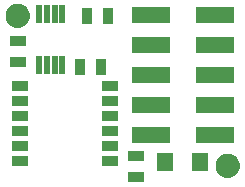
<source format=gts>
G75*
%MOIN*%
%OFA0B0*%
%FSLAX25Y25*%
%IPPOS*%
%LPD*%
%AMOC8*
5,1,8,0,0,1.08239X$1,22.5*
%
%ADD10R,0.03650X0.05224*%
%ADD11R,0.05500X0.03492*%
%ADD12R,0.13000X0.05500*%
%ADD13R,0.05224X0.06012*%
%ADD14R,0.05224X0.03650*%
%ADD15C,0.03937*%
%ADD16R,0.02200X0.06100*%
D10*
X0027657Y0042050D03*
X0034743Y0042050D03*
X0037043Y0058950D03*
X0029957Y0058950D03*
D11*
X0007763Y0010619D03*
X0007763Y0015619D03*
X0007763Y0020619D03*
X0007763Y0025619D03*
X0007763Y0030619D03*
X0007763Y0035619D03*
X0037763Y0035619D03*
X0037763Y0030619D03*
X0037763Y0025619D03*
X0037763Y0020619D03*
X0037763Y0015619D03*
X0037763Y0010619D03*
D12*
X0051300Y0019450D03*
X0051300Y0029450D03*
X0051300Y0039450D03*
X0051300Y0049450D03*
X0051300Y0059450D03*
X0072800Y0059450D03*
X0072800Y0049450D03*
X0072800Y0039450D03*
X0072800Y0029450D03*
X0072800Y0019450D03*
D13*
X0067806Y0010450D03*
X0055994Y0010450D03*
D14*
X0046400Y0012393D03*
X0046400Y0005307D03*
X0007000Y0043507D03*
X0007000Y0050593D03*
D15*
X0005031Y0059050D02*
X0005033Y0059138D01*
X0005039Y0059226D01*
X0005049Y0059314D01*
X0005063Y0059402D01*
X0005080Y0059488D01*
X0005102Y0059574D01*
X0005127Y0059658D01*
X0005157Y0059742D01*
X0005189Y0059824D01*
X0005226Y0059904D01*
X0005266Y0059983D01*
X0005310Y0060060D01*
X0005357Y0060135D01*
X0005407Y0060207D01*
X0005461Y0060278D01*
X0005517Y0060345D01*
X0005577Y0060411D01*
X0005639Y0060473D01*
X0005705Y0060533D01*
X0005772Y0060589D01*
X0005843Y0060643D01*
X0005915Y0060693D01*
X0005990Y0060740D01*
X0006067Y0060784D01*
X0006146Y0060824D01*
X0006226Y0060861D01*
X0006308Y0060893D01*
X0006392Y0060923D01*
X0006476Y0060948D01*
X0006562Y0060970D01*
X0006648Y0060987D01*
X0006736Y0061001D01*
X0006824Y0061011D01*
X0006912Y0061017D01*
X0007000Y0061019D01*
X0007088Y0061017D01*
X0007176Y0061011D01*
X0007264Y0061001D01*
X0007352Y0060987D01*
X0007438Y0060970D01*
X0007524Y0060948D01*
X0007608Y0060923D01*
X0007692Y0060893D01*
X0007774Y0060861D01*
X0007854Y0060824D01*
X0007933Y0060784D01*
X0008010Y0060740D01*
X0008085Y0060693D01*
X0008157Y0060643D01*
X0008228Y0060589D01*
X0008295Y0060533D01*
X0008361Y0060473D01*
X0008423Y0060411D01*
X0008483Y0060345D01*
X0008539Y0060278D01*
X0008593Y0060207D01*
X0008643Y0060135D01*
X0008690Y0060060D01*
X0008734Y0059983D01*
X0008774Y0059904D01*
X0008811Y0059824D01*
X0008843Y0059742D01*
X0008873Y0059658D01*
X0008898Y0059574D01*
X0008920Y0059488D01*
X0008937Y0059402D01*
X0008951Y0059314D01*
X0008961Y0059226D01*
X0008967Y0059138D01*
X0008969Y0059050D01*
X0008967Y0058962D01*
X0008961Y0058874D01*
X0008951Y0058786D01*
X0008937Y0058698D01*
X0008920Y0058612D01*
X0008898Y0058526D01*
X0008873Y0058442D01*
X0008843Y0058358D01*
X0008811Y0058276D01*
X0008774Y0058196D01*
X0008734Y0058117D01*
X0008690Y0058040D01*
X0008643Y0057965D01*
X0008593Y0057893D01*
X0008539Y0057822D01*
X0008483Y0057755D01*
X0008423Y0057689D01*
X0008361Y0057627D01*
X0008295Y0057567D01*
X0008228Y0057511D01*
X0008157Y0057457D01*
X0008085Y0057407D01*
X0008010Y0057360D01*
X0007933Y0057316D01*
X0007854Y0057276D01*
X0007774Y0057239D01*
X0007692Y0057207D01*
X0007608Y0057177D01*
X0007524Y0057152D01*
X0007438Y0057130D01*
X0007352Y0057113D01*
X0007264Y0057099D01*
X0007176Y0057089D01*
X0007088Y0057083D01*
X0007000Y0057081D01*
X0006912Y0057083D01*
X0006824Y0057089D01*
X0006736Y0057099D01*
X0006648Y0057113D01*
X0006562Y0057130D01*
X0006476Y0057152D01*
X0006392Y0057177D01*
X0006308Y0057207D01*
X0006226Y0057239D01*
X0006146Y0057276D01*
X0006067Y0057316D01*
X0005990Y0057360D01*
X0005915Y0057407D01*
X0005843Y0057457D01*
X0005772Y0057511D01*
X0005705Y0057567D01*
X0005639Y0057627D01*
X0005577Y0057689D01*
X0005517Y0057755D01*
X0005461Y0057822D01*
X0005407Y0057893D01*
X0005357Y0057965D01*
X0005310Y0058040D01*
X0005266Y0058117D01*
X0005226Y0058196D01*
X0005189Y0058276D01*
X0005157Y0058358D01*
X0005127Y0058442D01*
X0005102Y0058526D01*
X0005080Y0058612D01*
X0005063Y0058698D01*
X0005049Y0058786D01*
X0005039Y0058874D01*
X0005033Y0058962D01*
X0005031Y0059050D01*
X0075031Y0009050D02*
X0075033Y0009138D01*
X0075039Y0009226D01*
X0075049Y0009314D01*
X0075063Y0009402D01*
X0075080Y0009488D01*
X0075102Y0009574D01*
X0075127Y0009658D01*
X0075157Y0009742D01*
X0075189Y0009824D01*
X0075226Y0009904D01*
X0075266Y0009983D01*
X0075310Y0010060D01*
X0075357Y0010135D01*
X0075407Y0010207D01*
X0075461Y0010278D01*
X0075517Y0010345D01*
X0075577Y0010411D01*
X0075639Y0010473D01*
X0075705Y0010533D01*
X0075772Y0010589D01*
X0075843Y0010643D01*
X0075915Y0010693D01*
X0075990Y0010740D01*
X0076067Y0010784D01*
X0076146Y0010824D01*
X0076226Y0010861D01*
X0076308Y0010893D01*
X0076392Y0010923D01*
X0076476Y0010948D01*
X0076562Y0010970D01*
X0076648Y0010987D01*
X0076736Y0011001D01*
X0076824Y0011011D01*
X0076912Y0011017D01*
X0077000Y0011019D01*
X0077088Y0011017D01*
X0077176Y0011011D01*
X0077264Y0011001D01*
X0077352Y0010987D01*
X0077438Y0010970D01*
X0077524Y0010948D01*
X0077608Y0010923D01*
X0077692Y0010893D01*
X0077774Y0010861D01*
X0077854Y0010824D01*
X0077933Y0010784D01*
X0078010Y0010740D01*
X0078085Y0010693D01*
X0078157Y0010643D01*
X0078228Y0010589D01*
X0078295Y0010533D01*
X0078361Y0010473D01*
X0078423Y0010411D01*
X0078483Y0010345D01*
X0078539Y0010278D01*
X0078593Y0010207D01*
X0078643Y0010135D01*
X0078690Y0010060D01*
X0078734Y0009983D01*
X0078774Y0009904D01*
X0078811Y0009824D01*
X0078843Y0009742D01*
X0078873Y0009658D01*
X0078898Y0009574D01*
X0078920Y0009488D01*
X0078937Y0009402D01*
X0078951Y0009314D01*
X0078961Y0009226D01*
X0078967Y0009138D01*
X0078969Y0009050D01*
X0078967Y0008962D01*
X0078961Y0008874D01*
X0078951Y0008786D01*
X0078937Y0008698D01*
X0078920Y0008612D01*
X0078898Y0008526D01*
X0078873Y0008442D01*
X0078843Y0008358D01*
X0078811Y0008276D01*
X0078774Y0008196D01*
X0078734Y0008117D01*
X0078690Y0008040D01*
X0078643Y0007965D01*
X0078593Y0007893D01*
X0078539Y0007822D01*
X0078483Y0007755D01*
X0078423Y0007689D01*
X0078361Y0007627D01*
X0078295Y0007567D01*
X0078228Y0007511D01*
X0078157Y0007457D01*
X0078085Y0007407D01*
X0078010Y0007360D01*
X0077933Y0007316D01*
X0077854Y0007276D01*
X0077774Y0007239D01*
X0077692Y0007207D01*
X0077608Y0007177D01*
X0077524Y0007152D01*
X0077438Y0007130D01*
X0077352Y0007113D01*
X0077264Y0007099D01*
X0077176Y0007089D01*
X0077088Y0007083D01*
X0077000Y0007081D01*
X0076912Y0007083D01*
X0076824Y0007089D01*
X0076736Y0007099D01*
X0076648Y0007113D01*
X0076562Y0007130D01*
X0076476Y0007152D01*
X0076392Y0007177D01*
X0076308Y0007207D01*
X0076226Y0007239D01*
X0076146Y0007276D01*
X0076067Y0007316D01*
X0075990Y0007360D01*
X0075915Y0007407D01*
X0075843Y0007457D01*
X0075772Y0007511D01*
X0075705Y0007567D01*
X0075639Y0007627D01*
X0075577Y0007689D01*
X0075517Y0007755D01*
X0075461Y0007822D01*
X0075407Y0007893D01*
X0075357Y0007965D01*
X0075310Y0008040D01*
X0075266Y0008117D01*
X0075226Y0008196D01*
X0075189Y0008276D01*
X0075157Y0008358D01*
X0075127Y0008442D01*
X0075102Y0008526D01*
X0075080Y0008612D01*
X0075063Y0008698D01*
X0075049Y0008786D01*
X0075039Y0008874D01*
X0075033Y0008962D01*
X0075031Y0009050D01*
D16*
X0021839Y0042500D03*
X0019280Y0042500D03*
X0016720Y0042500D03*
X0014161Y0042500D03*
X0014161Y0059600D03*
X0016720Y0059600D03*
X0019280Y0059600D03*
X0021839Y0059600D03*
M02*

</source>
